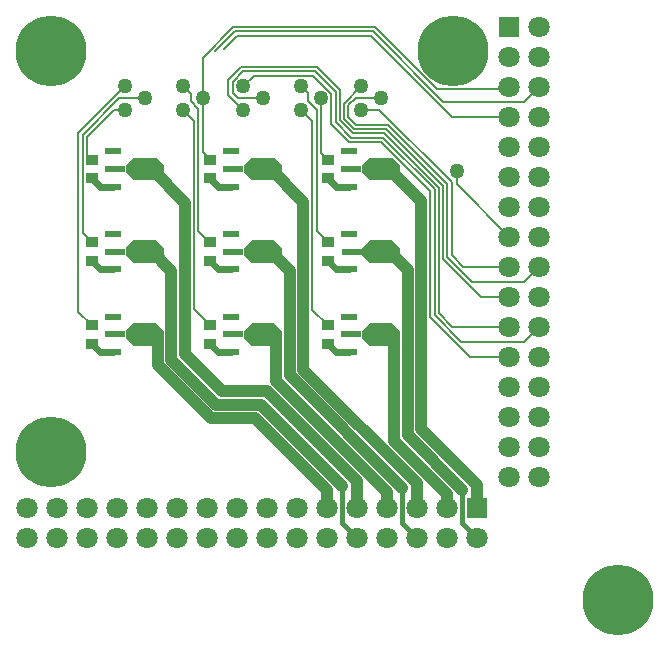
<source format=gbl>
G04 Layer_Physical_Order=2*
G04 Layer_Color=16711680*
%FSLAX25Y25*%
%MOIN*%
G70*
G01*
G75*
%ADD10R,0.03937X0.03543*%
%ADD11R,0.05512X0.02362*%
%ADD12R,0.07087X0.02362*%
%ADD13C,0.00787*%
%ADD14C,0.03937*%
%ADD15C,0.01575*%
%ADD16C,0.02362*%
%ADD17C,0.07087*%
%ADD18R,0.07087X0.07087*%
%ADD19R,0.07087X0.07087*%
%ADD20C,0.23622*%
%ADD21C,0.05000*%
G36*
X131890Y79921D02*
Y77559D01*
X129331Y75000D01*
X121850D01*
X119291Y77559D01*
Y79921D01*
X121850Y82480D01*
X129331D01*
X131890Y79921D01*
D02*
G37*
G36*
X53150Y107480D02*
Y105118D01*
X50591Y102559D01*
X43110D01*
X40551Y105118D01*
Y107480D01*
X43110Y110039D01*
X50591D01*
X53150Y107480D01*
D02*
G37*
G36*
Y79921D02*
Y77559D01*
X50591Y75000D01*
X43110D01*
X40551Y77559D01*
Y79921D01*
X43110Y82480D01*
X50591D01*
X53150Y79921D01*
D02*
G37*
G36*
X92520D02*
Y77559D01*
X89961Y75000D01*
X82480D01*
X79921Y77559D01*
Y79921D01*
X82480Y82480D01*
X89961D01*
X92520Y79921D01*
D02*
G37*
G36*
Y107480D02*
Y105118D01*
X89961Y102559D01*
X82480D01*
X79921Y105118D01*
Y107480D01*
X82480Y110039D01*
X89961D01*
X92520Y107480D01*
D02*
G37*
G36*
Y135039D02*
Y132677D01*
X89961Y130118D01*
X82480D01*
X79921Y132677D01*
Y135039D01*
X82480Y137598D01*
X89961D01*
X92520Y135039D01*
D02*
G37*
G36*
X131890D02*
Y132677D01*
X129331Y130118D01*
X121850D01*
X119291Y132677D01*
Y135039D01*
X121850Y137598D01*
X129331D01*
X131890Y135039D01*
D02*
G37*
G36*
X131932Y107480D02*
Y105118D01*
X129373Y102559D01*
X121893D01*
X119334Y105118D01*
Y107480D01*
X121893Y110039D01*
X129373D01*
X131932Y107480D01*
D02*
G37*
G36*
X53150Y135039D02*
Y132677D01*
X50591Y130118D01*
X43110D01*
X40551Y132677D01*
Y135039D01*
X43110Y137598D01*
X50591D01*
X53150Y135039D01*
D02*
G37*
D10*
X29134Y130709D02*
D03*
Y137008D02*
D03*
Y103150D02*
D03*
Y109449D02*
D03*
Y75590D02*
D03*
Y81890D02*
D03*
X68504Y130709D02*
D03*
Y137008D02*
D03*
Y103150D02*
D03*
Y109449D02*
D03*
Y75590D02*
D03*
Y81890D02*
D03*
X107874Y130709D02*
D03*
Y137008D02*
D03*
Y103150D02*
D03*
Y109449D02*
D03*
Y75590D02*
D03*
Y81890D02*
D03*
D11*
X114961Y84646D02*
D03*
Y72835D02*
D03*
X115003Y112205D02*
D03*
Y100394D02*
D03*
X114961Y139764D02*
D03*
Y127953D02*
D03*
X36220Y84646D02*
D03*
Y72835D02*
D03*
X75591Y84646D02*
D03*
Y72835D02*
D03*
Y112205D02*
D03*
Y100394D02*
D03*
Y139764D02*
D03*
Y127953D02*
D03*
X36220Y112205D02*
D03*
Y100394D02*
D03*
Y139764D02*
D03*
Y127953D02*
D03*
D12*
X115748Y78740D02*
D03*
X115790Y106299D02*
D03*
X115748Y133858D02*
D03*
X37008Y78740D02*
D03*
X76378D02*
D03*
Y106299D02*
D03*
Y133858D02*
D03*
X37008Y106299D02*
D03*
Y133858D02*
D03*
D13*
X73264Y173980D02*
X77552Y178268D01*
X122407D01*
X149376Y151299D01*
X168228D01*
X70293Y173014D02*
X76965Y179685D01*
X122994D01*
X146380Y156299D01*
X173228D01*
X178228Y161299D01*
X144290Y160394D02*
X168228D01*
X66142Y157480D02*
Y170866D01*
X76378Y181102D01*
X123581D01*
X144290Y160394D01*
X168228D02*
Y161299D01*
X150787Y128740D02*
X168228Y111299D01*
X150787Y128740D02*
Y133071D01*
X149153Y105052D02*
Y129372D01*
X124983Y153543D02*
X149153Y129372D01*
X147736Y104465D02*
Y128785D01*
X127939Y148583D02*
X147736Y128785D01*
X146319Y103878D02*
Y128198D01*
X127352Y147165D02*
X146319Y128198D01*
X144902Y85780D02*
Y127611D01*
X126765Y145748D02*
X144902Y127611D01*
X143484Y85193D02*
Y127024D01*
X126178Y144331D02*
X143484Y127024D01*
X142067Y84606D02*
Y126437D01*
X125591Y142913D02*
X142067Y126437D01*
X119095Y153543D02*
X124983D01*
X117162Y157480D02*
X125591D01*
X114705Y155023D02*
X117162Y157480D01*
X114705Y151187D02*
Y155023D01*
Y151187D02*
X117309Y148583D01*
X127939D01*
X113287Y155610D02*
X119095Y161417D01*
X113287Y150600D02*
Y155610D01*
Y150600D02*
X116722Y147165D01*
X127352D01*
X74783Y163464D02*
X79095Y167776D01*
X104209D01*
X111870Y160114D01*
Y150013D02*
Y160114D01*
Y150013D02*
X116135Y145748D01*
X126765D01*
X76201Y162877D02*
X79682Y166358D01*
X103621D01*
X110453Y159527D01*
Y149426D02*
Y159527D01*
Y149426D02*
X115548Y144331D01*
X126178D01*
X79724Y161417D02*
X83248Y164941D01*
X103034D01*
X109035Y158940D01*
Y148839D02*
Y158940D01*
Y148839D02*
X114961Y142913D01*
X125591D01*
X105512Y157480D02*
X105610Y157382D01*
Y139272D02*
Y157382D01*
X99016Y161417D02*
X101181Y159252D01*
Y156361D02*
Y159252D01*
Y156361D02*
X104193Y153349D01*
Y113130D02*
Y153349D01*
X99016Y153543D02*
X102776Y149784D01*
Y86988D02*
Y149784D01*
X36489Y153543D02*
X40354D01*
X27559Y144613D02*
X36489Y153543D01*
X27559Y138583D02*
Y144613D01*
X38422Y157480D02*
X46850D01*
X26142Y145200D02*
X38422Y157480D01*
X26142Y112441D02*
Y145200D01*
X24724Y145787D02*
X40354Y161417D01*
X24724Y86299D02*
Y145787D01*
X27559Y138583D02*
X29134Y137008D01*
X66142Y157480D02*
X66142Y157480D01*
X66142Y139370D02*
Y157480D01*
X59646Y161417D02*
X62205Y158858D01*
Y156434D02*
Y158858D01*
Y156434D02*
X64682Y153957D01*
X64724Y113091D02*
Y153957D01*
X64682D02*
X64724D01*
X76201Y159232D02*
X77953Y157480D01*
X86221D01*
X59646Y153543D02*
X63307Y149882D01*
Y87087D02*
Y149882D01*
X152906Y101299D02*
X168228D01*
X149153Y105052D02*
X152906Y101299D01*
X155941Y96260D02*
X173189D01*
X147736Y104465D02*
X155941Y96260D01*
X158898Y91299D02*
X168228D01*
X146319Y103878D02*
X158898Y91299D01*
X173189Y96260D02*
X178228Y101299D01*
X76201Y159232D02*
Y162877D01*
X74783Y158484D02*
Y163464D01*
X142067Y84606D02*
X155374Y71299D01*
X143484Y85193D02*
X152398Y76279D01*
X144902Y85780D02*
X149383Y81299D01*
X168228D01*
X74783Y158484D02*
X79724Y153543D01*
X152398Y76279D02*
X173209D01*
X178228Y81299D01*
X155374Y71299D02*
X168228D01*
X24724Y86299D02*
X29134Y81890D01*
X26142Y112441D02*
X29134Y109449D01*
X66142Y139370D02*
X68504Y137008D01*
X64724Y113091D02*
X68366Y109449D01*
X68504D01*
X63307Y87087D02*
X68504Y81890D01*
X105610Y139272D02*
X107874Y137008D01*
X104193Y113130D02*
X107874Y109449D01*
X102776Y86988D02*
X107874Y81890D01*
D14*
X128839Y133268D02*
X139075Y123031D01*
Y47033D02*
Y123031D01*
X134508Y45142D02*
Y100236D01*
Y45142D02*
X152657Y26992D01*
X129921Y43270D02*
X147677Y25514D01*
X129921Y43270D02*
Y77953D01*
X128937Y78937D02*
X129921Y77953D01*
X125689Y78937D02*
X128937D01*
X99783Y66949D02*
X137677Y29055D01*
X68859Y50765D02*
X83674D01*
X51181Y68443D02*
X68859Y50765D01*
X85566Y55332D02*
X112677Y28221D01*
X70751Y55332D02*
X85566D01*
X55748Y70335D02*
X70751Y55332D01*
X87458Y59899D02*
X117677Y29679D01*
X72643Y59899D02*
X87458D01*
X60315Y72226D02*
X72643Y59899D01*
X90650Y63165D02*
X127677Y26138D01*
X90650Y63165D02*
Y77559D01*
X95217Y65057D02*
X132677Y27597D01*
X95217Y65057D02*
Y99764D01*
X99783Y66949D02*
Y122854D01*
X139075Y47033D02*
X157677Y28431D01*
Y20748D02*
Y28431D01*
X128150Y106595D02*
X134508Y100236D01*
X147677Y20748D02*
Y25514D01*
X137677Y20748D02*
Y29055D01*
X127677Y20748D02*
Y26138D01*
X117677Y20748D02*
Y29679D01*
X107677Y20748D02*
Y26762D01*
X83674Y50765D02*
X107677Y26762D01*
X60315Y72226D02*
Y122658D01*
X55748Y70335D02*
Y99961D01*
X48917Y134055D02*
X60315Y122658D01*
X48327Y134055D02*
X48917D01*
X49213Y106496D02*
X55748Y99961D01*
X47835Y106496D02*
X49213D01*
X51181Y68443D02*
Y78543D01*
X88484Y134153D02*
X99783Y122854D01*
X86713Y134153D02*
X88484D01*
X88878Y106102D02*
X95217Y99764D01*
X86811Y106102D02*
X88878D01*
X89862Y78347D02*
X90650Y77559D01*
X87795Y78347D02*
X89862D01*
X87303Y78839D02*
X87795Y78347D01*
X127067Y106595D02*
X128150D01*
D15*
X132677Y15748D02*
Y27597D01*
X112677Y15748D02*
Y28221D01*
Y15748D02*
X117677Y10748D01*
X132677Y15748D02*
X137677Y10748D01*
X152657Y15768D02*
X157677Y10748D01*
X152657Y15768D02*
Y26772D01*
D16*
X29134Y130709D02*
X31890Y127953D01*
X36220D01*
X29134Y103150D02*
X31890Y100394D01*
X36220D01*
X29134Y75590D02*
X31890Y72835D01*
X36220D01*
X68504Y75590D02*
X71260Y72835D01*
X75591D01*
X68504Y103150D02*
X71260Y100394D01*
X75591D01*
X68504Y130709D02*
X71260Y127953D01*
X75591D01*
X107874Y130709D02*
X110630Y127953D01*
X114961D01*
X107874Y103150D02*
X110630Y100394D01*
X115003D01*
X107874Y75590D02*
X110630Y72835D01*
X114961D01*
D17*
X7677Y20748D02*
D03*
X17677D02*
D03*
X27677D02*
D03*
X37677D02*
D03*
X47677D02*
D03*
X57677D02*
D03*
X67677D02*
D03*
X77677D02*
D03*
X87677D02*
D03*
X97677D02*
D03*
X107677D02*
D03*
X117677D02*
D03*
X127677D02*
D03*
X137677D02*
D03*
X147677D02*
D03*
X157677Y10748D02*
D03*
X147677D02*
D03*
X137677D02*
D03*
X127677D02*
D03*
X117677D02*
D03*
X107677D02*
D03*
X97677D02*
D03*
X87677D02*
D03*
X77677D02*
D03*
X67677D02*
D03*
X57677D02*
D03*
X47677D02*
D03*
X37677D02*
D03*
X27677D02*
D03*
X17677D02*
D03*
X7677D02*
D03*
X168228Y31299D02*
D03*
Y41299D02*
D03*
Y51299D02*
D03*
Y61299D02*
D03*
Y71299D02*
D03*
Y81299D02*
D03*
Y91299D02*
D03*
Y101299D02*
D03*
Y111299D02*
D03*
Y121299D02*
D03*
Y131299D02*
D03*
Y141299D02*
D03*
Y151299D02*
D03*
Y161299D02*
D03*
Y171299D02*
D03*
X178228Y181299D02*
D03*
Y171299D02*
D03*
Y161299D02*
D03*
Y151299D02*
D03*
Y141299D02*
D03*
Y131299D02*
D03*
Y121299D02*
D03*
Y111299D02*
D03*
Y101299D02*
D03*
Y91299D02*
D03*
Y81299D02*
D03*
Y71299D02*
D03*
Y61299D02*
D03*
Y51299D02*
D03*
Y41299D02*
D03*
Y31299D02*
D03*
D18*
X157677Y20748D02*
D03*
D19*
X168228Y181299D02*
D03*
D20*
X149606Y173228D02*
D03*
X15748Y39370D02*
D03*
X204724Y-9843D02*
D03*
X15748Y173228D02*
D03*
D21*
X150787Y133071D02*
D03*
X86221Y157480D02*
D03*
X40354Y161417D02*
D03*
Y153543D02*
D03*
X46850Y157480D02*
D03*
X59646Y161417D02*
D03*
Y153543D02*
D03*
X66142Y157480D02*
D03*
X105512D02*
D03*
X99016Y153543D02*
D03*
Y161417D02*
D03*
X125591Y157480D02*
D03*
X119095Y153543D02*
D03*
Y161417D02*
D03*
X79724D02*
D03*
Y153543D02*
D03*
M02*

</source>
